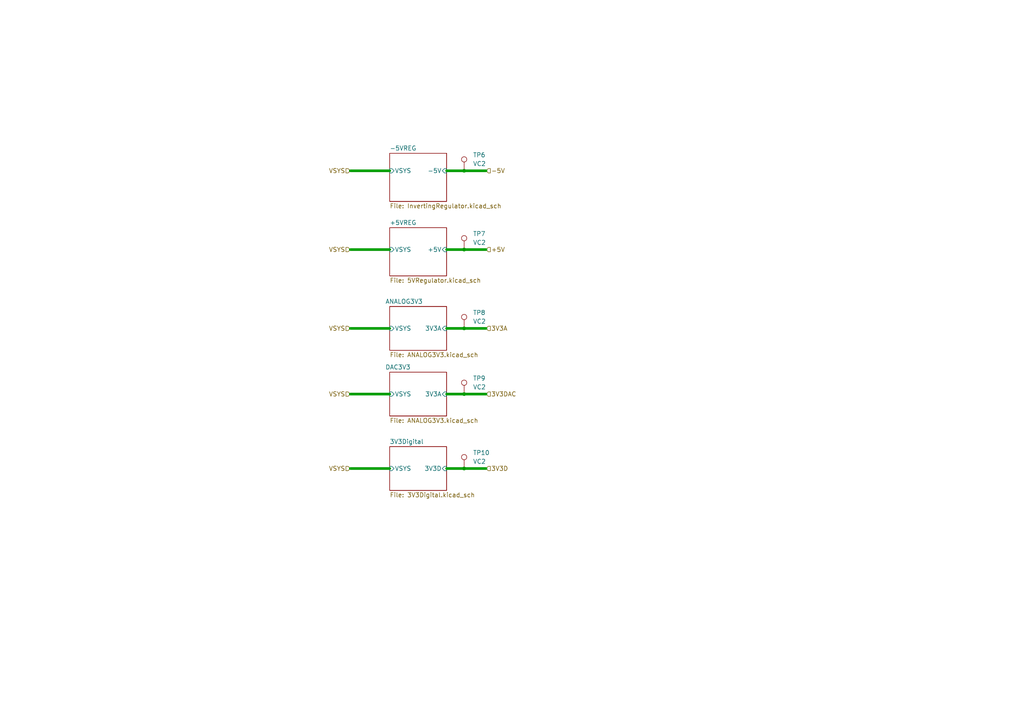
<source format=kicad_sch>
(kicad_sch (version 20250114) (generator "eeschema") (generator_version "9.0")
  (paper "A4")
  (lib_symbols
    (symbol "Connector:TestPoint" (pin_numbers (hide yes)) (pin_names (offset 0.762) (hide yes))
      (property "Reference" "TP" (at 0 6.858 0))
      (property "Value" "TestPoint" (at 0 5.08 0))
      (symbol "TestPoint_0_1"
        (circle (center 0 3.302) (radius 0.762))
      )
      (symbol "TestPoint_1_1"
        (pin passive line (at 0 0 90) (length 2.54) (name "1") (number "1"))
      )
    )
  )
  (junction (at 134.62 95.25))
  (junction (at 134.62 135.89))
  (junction (at 134.62 72.39))
  (junction (at 134.62 49.53))
  (junction (at 134.62 114.3))
  (wire (pts (xy 129.54 49.53) (xy 134.62 49.53)) (stroke (width 0.762)))
  (wire (pts (xy 101.6 49.53) (xy 113.03 49.53)) (stroke (width 0.762)))
  (wire (pts (xy 101.6 72.39) (xy 113.03 72.39)) (stroke (width 0.762)))
  (wire (pts (xy 101.6 135.89) (xy 113.03 135.89)) (stroke (width 0.762)))
  (wire (pts (xy 101.6 95.25) (xy 113.03 95.25)) (stroke (width 0.762)))
  (wire (pts (xy 129.54 95.25) (xy 134.62 95.25)) (stroke (width 0.762)))
  (wire (pts (xy 129.54 72.39) (xy 134.62 72.39)) (stroke (width 0.762)))
  (wire (pts (xy 134.62 135.89) (xy 129.54 135.89)) (stroke (width 0.762)))
  (wire (pts (xy 101.6 114.3) (xy 113.03 114.3)) (stroke (width 0.762)))
  (wire (pts (xy 134.62 72.39) (xy 140.97 72.39)) (stroke (width 0.762)))
  (wire (pts (xy 134.62 49.53) (xy 140.97 49.53)) (stroke (width 0.762)))
  (wire (pts (xy 134.62 95.25) (xy 140.97 95.25)) (stroke (width 0.762)))
  (wire (pts (xy 129.54 114.3) (xy 134.62 114.3)) (stroke (width 0.762)))
  (wire (pts (xy 140.97 135.89) (xy 134.62 135.89)) (stroke (width 0.762)))
  (wire (pts (xy 134.62 114.3) (xy 140.97 114.3)) (stroke (width 0.762)))
  (hierarchical_label "+5V" (shape input) (at 140.97 72.39 0))
  (hierarchical_label "VSYS" (shape input) (at 101.6 49.53 180))
  (hierarchical_label "3V3D" (shape input) (at 140.97 135.89 0))
  (hierarchical_label "VSYS" (shape input) (at 101.6 114.3 180))
  (hierarchical_label "VSYS" (shape input) (at 101.6 72.39 180))
  (hierarchical_label "VSYS" (shape input) (at 101.6 135.89 180))
  (hierarchical_label "3V3DAC" (shape input) (at 140.97 114.3 0))
  (hierarchical_label "3V3A" (shape input) (at 140.97 95.25 0))
  (hierarchical_label "-5V" (shape input) (at 140.97 49.53 0))
  (hierarchical_label "VSYS" (shape input) (at 101.6 95.25 180))
  (symbol (lib_id "Connector:TestPoint") (at 134.62 114.3 0) (unit 1)
    (property "Reference" "TP9" (at 137.16 109.7279 0) (effects (justify left)))
    (property "Value" "VC2" (at 137.16 112.2679 0) (effects (justify left)))
    (property "Footprint" "TestPoint:TestPoint_Pad_3.0x3.0mm" (effects (hide yes)))
    (property "Description" "test point" (effects (hide yes)))
  )
  (symbol (lib_id "Connector:TestPoint") (at 134.62 135.89 0) (unit 1)
    (property "Reference" "TP10" (at 137.16 131.3179 0) (effects (justify left)))
    (property "Value" "VC2" (at 137.16 133.8579 0) (effects (justify left)))
    (property "Footprint" "TestPoint:TestPoint_Pad_3.0x3.0mm" (effects (hide yes)))
    (property "Description" "test point" (effects (hide yes)))
  )
  (symbol (lib_id "Connector:TestPoint") (at 134.62 49.53 0) (unit 1)
    (property "Reference" "TP6" (at 137.16 44.9579 0) (effects (justify left)))
    (property "Value" "VC2" (at 137.16 47.4979 0) (effects (justify left)))
    (property "Footprint" "TestPoint:TestPoint_Pad_3.0x3.0mm" (effects (hide yes)))
    (property "Description" "test point" (effects (hide yes)))
  )
  (symbol (lib_id "Connector:TestPoint") (at 134.62 72.39 0) (unit 1)
    (property "Reference" "TP7" (at 137.16 67.8179 0) (effects (justify left)))
    (property "Value" "VC2" (at 137.16 70.3579 0) (effects (justify left)))
    (property "Footprint" "TestPoint:TestPoint_Pad_3.0x3.0mm" (effects (hide yes)))
    (property "Description" "test point" (effects (hide yes)))
  )
  (symbol (lib_id "Connector:TestPoint") (at 134.62 95.25 0) (unit 1)
    (property "Reference" "TP8" (at 137.16 90.6779 0) (effects (justify left)))
    (property "Value" "VC2" (at 137.16 93.2179 0) (effects (justify left)))
    (property "Footprint" "TestPoint:TestPoint_Pad_3.0x3.0mm" (effects (hide yes)))
    (property "Description" "test point" (effects (hide yes)))
  )
  (sheet (at 113.03 66.04) (size 16.51 13.97) (stroke (width 0.1524))
    (property "Sheetname" "+5VREG" (at 113.03 65.3284 0) (effects (justify left bottom)))
    (property "Sheetfile" "5VRegulator.kicad_sch" (at 113.03 80.5946 0) (effects (justify left top)))
    (pin "+5V" input (at 129.54 72.39 0))
    (pin "VSYS" input (at 113.03 72.39 180))
  )
  (sheet (at 113.03 44.45) (size 16.51 13.97) (stroke (width 0.1524))
    (property "Sheetname" "-5VREG" (at 113.03 43.7384 0) (effects (justify left bottom)))
    (property "Sheetfile" "InvertingRegulator.kicad_sch" (at 113.03 59.0046 0) (effects (justify left top)))
    (pin "-5V" input (at 129.54 49.53 0))
    (pin "VSYS" input (at 113.03 49.53 180))
  )
  (sheet (at 113.03 107.95) (size 16.51 12.7) (stroke (width 0.1524))
    (property "Sheetname" "DAC3V3" (at 111.76 107.2384 0) (effects (justify left bottom)))
    (property "Sheetfile" "ANALOG3V3.kicad_sch" (at 113.03 121.2346 0) (effects (justify left top)))
    (pin "3V3A" input (at 129.54 114.3 0))
    (pin "VSYS" input (at 113.03 114.3 180))
  )
  (sheet (at 113.03 129.54) (size 16.51 12.7) (stroke (width 0.1524))
    (property "Sheetname" "3V3Digital" (at 113.03 128.8284 0) (effects (justify left bottom)))
    (property "Sheetfile" "3V3Digital.kicad_sch" (at 113.03 142.8246 0) (effects (justify left top)))
    (pin "3V3D" input (at 129.54 135.89 0))
    (pin "VSYS" input (at 113.03 135.89 180))
  )
  (sheet (at 113.03 88.9) (size 16.51 12.7) (stroke (width 0.1524))
    (property "Sheetname" "ANALOG3V3" (at 111.76 88.1884 0) (effects (justify left bottom)))
    (property "Sheetfile" "ANALOG3V3.kicad_sch" (at 113.03 102.1846 0) (effects (justify left top)))
    (pin "3V3A" input (at 129.54 95.25 0))
    (pin "VSYS" input (at 113.03 95.25 180))
  )
)
</source>
